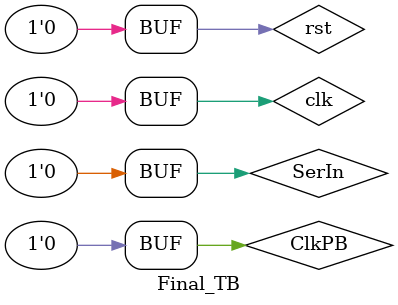
<source format=sv>
`timescale 1ns/1ns

module Final_TB();

  reg SerIn, ClkPB = 1, clk = 0, rst = 0;
  wire SerOut, SerOutValid;
  wire [6:0] seven_segments;

  Serial_Transmitter ST(SerIn, ClkPB, clk, rst, SerOut, SerOutValid, seven_segments);


  initial
  begin
    repeat(150)
      #10 clk = ~clk;
  end

  initial
  begin
    repeat(25)
    begin
      #20 ClkPB = 1;
      #40 ClkPB = 0;
    end
  end

  initial
  begin
    SerIn = 0;
    #90 SerIn = 1;
    #60 SerIn = 0;
    #60 SerIn = 1;
    #20 SerIn = 1;
    #60 SerIn = 0;
    #20 SerIn = 1;
    #100 SerIn = 0;
    #100 SerIn = 1;
    #20 SerIn = 0;
    #20 SerIn = 1;
    #60 SerIn = 0;
  end

endmodule

</source>
